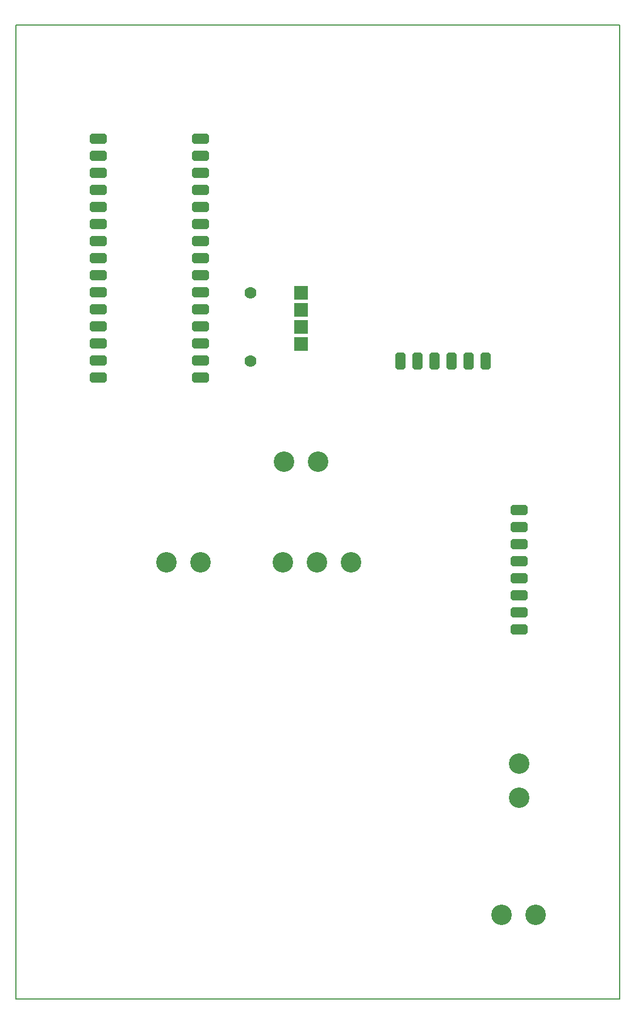
<source format=gbr>
G04 PROTEUS GERBER X2 FILE*
%TF.GenerationSoftware,Labcenter,Proteus,8.10-SP3-Build29560*%
%TF.CreationDate,2022-02-24T20:56:41+00:00*%
%TF.FileFunction,Copper,L1,Top*%
%TF.FilePolarity,Positive*%
%TF.Part,Single*%
%TF.SameCoordinates,{e0c8fd6e-37dc-4a7a-b3f3-70e9e95a6a86}*%
%FSLAX45Y45*%
%MOMM*%
G01*
%AMDIL000*
4,1,8,
-1.270000,0.457200,-0.965200,0.762000,0.965200,0.762000,1.270000,0.457200,1.270000,-0.457200,
0.965200,-0.762000,-0.965200,-0.762000,-1.270000,-0.457200,-1.270000,0.457200,
0*%
%TA.AperFunction,ComponentPad*%
%ADD10DIL000*%
%AMDIL001*
4,1,8,
-0.762000,0.965200,-0.457200,1.270000,0.457200,1.270000,0.762000,0.965200,0.762000,-0.965200,
0.457200,-1.270000,-0.457200,-1.270000,-0.762000,-0.965200,-0.762000,0.965200,
0*%
%TA.AperFunction,ComponentPad*%
%ADD11DIL001*%
%TA.AperFunction,ComponentPad*%
%ADD12C,3.048000*%
%ADD13C,1.778000*%
%TA.AperFunction,ComponentPad*%
%ADD14R,2.032000X2.032000*%
%TA.AperFunction,Profile*%
%ADD15C,0.203200*%
%TD.AperFunction*%
D10*
X-7750000Y+6250000D03*
X-7750000Y+6504000D03*
X-7750000Y+6758000D03*
X-7750000Y+7012000D03*
X-7750000Y+7266000D03*
X-7750000Y+7520000D03*
X-7750000Y+7774000D03*
X-7750000Y+8028000D03*
X-7750000Y+8282000D03*
X-7750000Y+8536000D03*
X-7750000Y+8790000D03*
X-7750000Y+9044000D03*
X-7750000Y+9298000D03*
X-7750000Y+9552000D03*
X-7750000Y+9806000D03*
X-9274000Y+9806000D03*
X-9274000Y+9552000D03*
X-9274000Y+9298000D03*
X-9274000Y+9044000D03*
X-9274000Y+8790000D03*
X-9274000Y+8536000D03*
X-9274000Y+8282000D03*
X-9274000Y+8028000D03*
X-9274000Y+7774000D03*
X-9274000Y+7520000D03*
X-9274000Y+7266000D03*
X-9274000Y+7012000D03*
X-9274000Y+6758000D03*
X-9274000Y+6504000D03*
X-9274000Y+6250000D03*
D11*
X-3500000Y+6500000D03*
X-3754000Y+6500000D03*
X-4008000Y+6500000D03*
X-4262000Y+6500000D03*
X-4516000Y+6500000D03*
X-4770000Y+6500000D03*
D12*
X-3000000Y+0D03*
X-3000000Y+508000D03*
X-7750000Y+3500000D03*
X-8258000Y+3500000D03*
X-5500000Y+3500000D03*
X-6008000Y+3500000D03*
X-6516000Y+3500000D03*
X-3258000Y-1750000D03*
X-2750000Y-1750000D03*
D13*
X-7000000Y+6500000D03*
X-7000000Y+7516000D03*
D14*
X-6250000Y+7512000D03*
X-6250000Y+7258000D03*
X-6250000Y+7004000D03*
X-6250000Y+6750000D03*
D10*
X-3000000Y+4278000D03*
X-3000000Y+4024000D03*
X-3000000Y+3770000D03*
X-3000000Y+3516000D03*
X-3000000Y+3262000D03*
X-3000000Y+3008000D03*
X-3000000Y+2754000D03*
X-3000000Y+2500000D03*
D12*
X-6500000Y+5000000D03*
X-5992000Y+5000000D03*
D15*
X-10500000Y-3000000D02*
X-1500000Y-3000000D01*
X-1500000Y+11500000D01*
X-10500000Y+11500000D01*
X-10500000Y-3000000D01*
M02*

</source>
